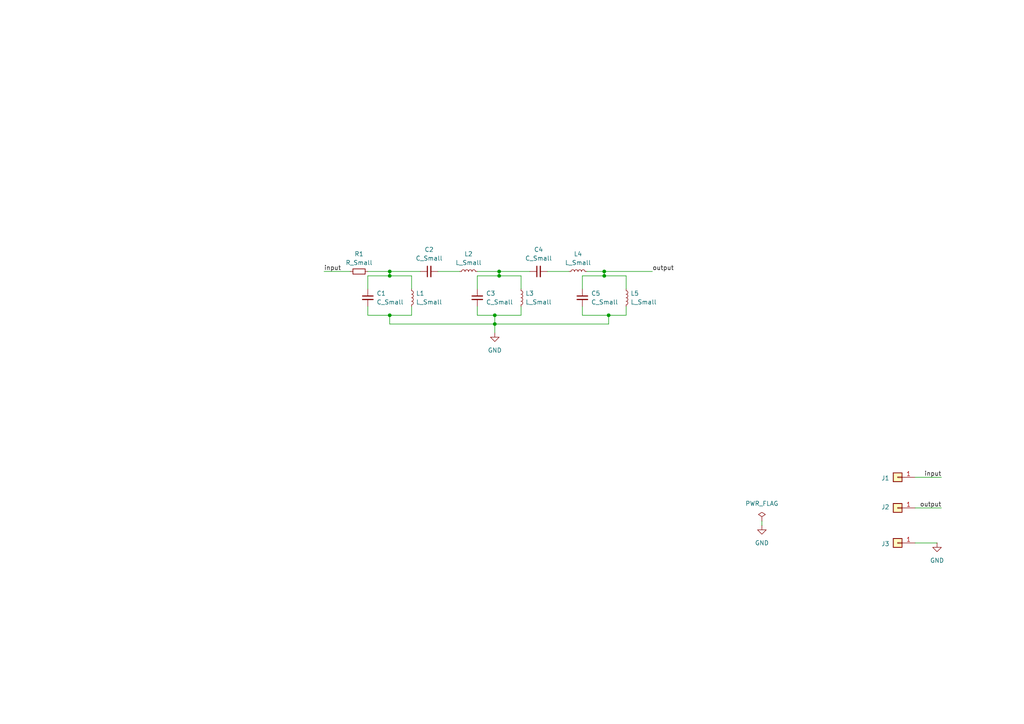
<source format=kicad_sch>
(kicad_sch (version 20250114) (generator "eeschema") (generator_version "9.0")
  (paper "A4")
  (lib_symbols
    (symbol "Connector_Generic:Conn_01x01" (pin_names (offset 1.016) (hide yes))
      (property "Reference" "J" (at 0 2.54 0))
      (property "Value" "Conn_01x01" (at 0 -2.54 0))
      (symbol "Conn_01x01_1_1"
        (rectangle (start -1.27 1.27) (end 1.27 -1.27) (stroke (width 0.254)) (fill (type background)))
        (rectangle (start -1.27 0.127) (end 0 -0.127) (stroke (width 0.1524)))
        (pin passive line (at -5.08 0 0) (length 3.81) (name "Pin_1") (number "1"))
      )
    )
    (symbol "Device:C_Small" (pin_numbers (hide yes)) (pin_names (offset 0.254) (hide yes))
      (property "Reference" "C" (at 0.254 1.778 0))
      (property "Value" "C_Small" (at 0.254 -2.032 0))
      (symbol "C_Small_0_1"
        (polyline (pts (xy -1.524 0.508) (xy 1.524 0.508)) (stroke (width 0.3048)))
        (polyline (pts (xy -1.524 -0.508) (xy 1.524 -0.508)) (stroke (width 0.3302)))
      )
      (symbol "C_Small_1_1"
        (pin passive line (at 0 2.54 270) (length 2.032) (name "~") (number "1"))
        (pin passive line (at 0 -2.54 90) (length 2.032) (name "~") (number "2"))
      )
    )
    (symbol "Device:L_Small" (pin_numbers (hide yes)) (pin_names (offset 0.254) (hide yes))
      (property "Reference" "L" (at 0.762 1.016 0))
      (property "Value" "L_Small" (at 0.762 -1.016 0))
      (symbol "L_Small_0_1"
        (arc (start 0 2.032) (mid 0.5058 1.524) (end 0 1.016))
        (arc (start 0 1.016) (mid 0.5058 0.508) (end 0 0))
        (arc (start 0 0) (mid 0.5058 -0.508) (end 0 -1.016))
        (arc (start 0 -1.016) (mid 0.5058 -1.524) (end 0 -2.032))
      )
      (symbol "L_Small_1_1"
        (pin passive line (at 0 2.54 270) (length 0.508) (name "~") (number "1"))
        (pin passive line (at 0 -2.54 90) (length 0.508) (name "~") (number "2"))
      )
    )
    (symbol "Device:R_Small" (pin_numbers (hide yes)) (pin_names (offset 0.254) (hide yes))
      (property "Reference" "R" (at 0.762 0.508 0))
      (property "Value" "R_Small" (at 0.762 -1.016 0))
      (symbol "R_Small_0_1"
        (rectangle (start -0.762 1.778) (end 0.762 -1.778) (stroke (width 0.2032)))
      )
      (symbol "R_Small_1_1"
        (pin passive line (at 0 2.54 270) (length 0.762) (name "~") (number "1"))
        (pin passive line (at 0 -2.54 90) (length 0.762) (name "~") (number "2"))
      )
    )
    (symbol "power:GND" (power) (pin_numbers (hide yes)) (pin_names (offset 0) (hide yes))
      (property "Value" "GND" (at 0 -3.81 0))
      (symbol "GND_0_1"
        (polyline (pts (xy 0 0) (xy 0 -1.27) (xy 1.27 -1.27) (xy 0 -2.54) (xy -1.27 -1.27) (xy 0 -1.27)))
      )
      (symbol "GND_1_1"
        (pin power_in line (at 0 0 270) (length 0) (name "~") (number "1"))
      )
    )
    (symbol "power:PWR_FLAG" (power) (pin_numbers (hide yes)) (pin_names (offset 0) (hide yes))
      (property "Value" "PWR_FLAG" (at 0 3.81 0))
      (symbol "PWR_FLAG_0_0"
        (pin power_out line (at 0 0 90) (length 0) (name "~") (number "1"))
      )
      (symbol "PWR_FLAG_0_1"
        (polyline (pts (xy 0 0) (xy 0 1.27) (xy -1.016 1.905) (xy 0 2.54) (xy 1.016 1.905) (xy 0 1.27)))
      )
    )
  )
  (junction (at 113.03 80.01))
  (junction (at 175.26 80.01))
  (junction (at 144.78 78.74))
  (junction (at 143.51 91.44))
  (junction (at 175.26 78.74))
  (junction (at 113.03 78.74))
  (junction (at 143.51 93.98))
  (junction (at 113.03 91.44))
  (junction (at 176.53 91.44))
  (junction (at 144.78 80.01))
  (wire (pts (xy 113.03 78.74) (xy 113.03 80.01)))
  (wire (pts (xy 158.75 78.74) (xy 165.1 78.74)))
  (wire (pts (xy 176.53 93.98) (xy 176.53 91.44)))
  (wire (pts (xy 119.38 88.9) (xy 119.38 91.44)))
  (wire (pts (xy 113.03 91.44) (xy 113.03 93.98)))
  (wire (pts (xy 175.26 78.74) (xy 175.26 80.01)))
  (wire (pts (xy 119.38 80.01) (xy 119.38 83.82)))
  (wire (pts (xy 176.53 91.44) (xy 181.61 91.44)))
  (wire (pts (xy 113.03 91.44) (xy 119.38 91.44)))
  (wire (pts (xy 168.91 80.01) (xy 175.26 80.01)))
  (wire (pts (xy 138.43 91.44) (xy 143.51 91.44)))
  (wire (pts (xy 106.68 80.01) (xy 113.03 80.01)))
  (wire (pts (xy 93.98 78.74) (xy 101.6 78.74)))
  (wire (pts (xy 151.13 80.01) (xy 151.13 83.82)))
  (wire (pts (xy 168.91 83.82) (xy 168.91 80.01)))
  (wire (pts (xy 138.43 88.9) (xy 138.43 91.44)))
  (wire (pts (xy 127 78.74) (xy 133.35 78.74)))
  (wire (pts (xy 106.68 78.74) (xy 113.03 78.74)))
  (wire (pts (xy 175.26 78.74) (xy 189.23 78.74)))
  (wire (pts (xy 181.61 80.01) (xy 181.61 83.82)))
  (wire (pts (xy 143.51 93.98) (xy 176.53 93.98)))
  (wire (pts (xy 113.03 80.01) (xy 119.38 80.01)))
  (wire (pts (xy 265.43 157.48) (xy 271.78 157.48)))
  (wire (pts (xy 113.03 78.74) (xy 121.92 78.74)))
  (wire (pts (xy 144.78 78.74) (xy 153.67 78.74)))
  (wire (pts (xy 265.43 147.32) (xy 273.05 147.32)))
  (wire (pts (xy 144.78 80.01) (xy 151.13 80.01)))
  (wire (pts (xy 143.51 91.44) (xy 143.51 93.98)))
  (wire (pts (xy 138.43 83.82) (xy 138.43 80.01)))
  (wire (pts (xy 168.91 88.9) (xy 168.91 91.44)))
  (wire (pts (xy 106.68 88.9) (xy 106.68 91.44)))
  (wire (pts (xy 143.51 91.44) (xy 151.13 91.44)))
  (wire (pts (xy 220.98 151.13) (xy 220.98 152.4)))
  (wire (pts (xy 143.51 93.98) (xy 143.51 96.52)))
  (wire (pts (xy 106.68 91.44) (xy 113.03 91.44)))
  (wire (pts (xy 138.43 78.74) (xy 144.78 78.74)))
  (wire (pts (xy 113.03 93.98) (xy 143.51 93.98)))
  (wire (pts (xy 181.61 88.9) (xy 181.61 91.44)))
  (wire (pts (xy 144.78 78.74) (xy 144.78 80.01)))
  (wire (pts (xy 168.91 91.44) (xy 176.53 91.44)))
  (wire (pts (xy 170.18 78.74) (xy 175.26 78.74)))
  (wire (pts (xy 265.43 138.43) (xy 273.05 138.43)))
  (wire (pts (xy 106.68 83.82) (xy 106.68 80.01)))
  (wire (pts (xy 138.43 80.01) (xy 144.78 80.01)))
  (wire (pts (xy 151.13 88.9) (xy 151.13 91.44)))
  (wire (pts (xy 175.26 80.01) (xy 181.61 80.01)))
  (label "output" (at 273.05 147.32 180))
  (label "input" (at 273.05 138.43 180))
  (label "input" (at 93.98 78.74 0))
  (label "output" (at 189.23 78.74 0))
  (symbol (lib_id "Device:R_Small") (at 104.14 78.74 90) (unit 1)
    (property "Reference" "R1" (at 104.14 73.66 90))
    (property "Value" "R_Small" (at 104.14 76.2 90))
    (property "Footprint" "Resistor_SMD:R_0603_1608Metric" (effects (hide yes)))
    (property "Description" "Resistor, small symbol" (effects (hide yes)))
  )
  (symbol (lib_id "Device:C_Small") (at 124.46 78.74 90) (unit 1)
    (property "Reference" "C2" (at 124.4663 72.39 90))
    (property "Value" "C_Small" (at 124.4663 74.93 90))
    (property "Footprint" "Capacitor_SMD:C_0603_1608Metric" (effects (hide yes)))
    (property "Description" "Unpolarized capacitor, small symbol" (effects (hide yes)))
  )
  (symbol (lib_id "Connector_Generic:Conn_01x01") (at 260.35 147.32 180) (unit 1)
    (property "Reference" "J2" (at 256.794 147.066 0))
    (property "Value" "Conn_01x01" (effects (hide yes)))
    (property "Footprint" "my_library:pad_smd_1.5x3" (effects (hide yes)))
    (property "Description" "Generic connector, single row, 01x01, script generated (kicad-library-utils/schlib/autogen/connector/)" (effects (hide yes)))
  )
  (symbol (lib_id "Device:C_Small") (at 156.21 78.74 90) (unit 1)
    (property "Reference" "C4" (at 156.2163 72.39 90))
    (property "Value" "C_Small" (at 156.2163 74.93 90))
    (property "Footprint" "Capacitor_SMD:C_0603_1608Metric" (effects (hide yes)))
    (property "Description" "Unpolarized capacitor, small symbol" (effects (hide yes)))
  )
  (symbol (lib_id "Device:L_Small") (at 151.13 86.36 0) (unit 1)
    (property "Reference" "L3" (at 152.4 85.0899 0) (effects (justify left)))
    (property "Value" "L_Small" (at 152.4 87.6299 0) (effects (justify left)))
    (property "Footprint" "Inductor_SMD:L_0603_1608Metric" (effects (hide yes)))
    (property "Description" "Inductor, small symbol" (effects (hide yes)))
  )
  (symbol (lib_id "Device:L_Small") (at 181.61 86.36 0) (unit 1)
    (property "Reference" "L5" (at 182.88 85.0899 0) (effects (justify left)))
    (property "Value" "L_Small" (at 182.88 87.6299 0) (effects (justify left)))
    (property "Footprint" "Inductor_SMD:L_0603_1608Metric" (effects (hide yes)))
    (property "Description" "Inductor, small symbol" (effects (hide yes)))
  )
  (symbol (lib_id "power:GND") (at 220.98 152.4 0) (unit 1)
    (property "Reference" "#PWR04" (effects (hide yes)))
    (property "Value" "GND" (at 220.98 157.48 0))
    (property "Description" "Power symbol creates a global label with name \"GND\" , ground" (effects (hide yes)))
  )
  (symbol (lib_id "power:GND") (at 143.51 96.52 0) (unit 1)
    (property "Reference" "#PWR02" (effects (hide yes)))
    (property "Value" "GND" (at 143.51 101.6 0))
    (property "Description" "Power symbol creates a global label with name \"GND\" , ground" (effects (hide yes)))
  )
  (symbol (lib_id "Connector_Generic:Conn_01x01") (at 260.35 157.48 180) (unit 1)
    (property "Reference" "J3" (at 256.794 157.734 0))
    (property "Value" "Conn_01x01" (effects (hide yes)))
    (property "Footprint" "my_library:pad_smd_1.5x3" (effects (hide yes)))
    (property "Description" "Generic connector, single row, 01x01, script generated (kicad-library-utils/schlib/autogen/connector/)" (effects (hide yes)))
  )
  (symbol (lib_id "Connector_Generic:Conn_01x01") (at 260.35 138.43 180) (unit 1)
    (property "Reference" "J1" (at 256.794 138.684 0))
    (property "Value" "Conn_01x01" (effects (hide yes)))
    (property "Footprint" "my_library:pad_smd_1.5x3" (effects (hide yes)))
    (property "Description" "Generic connector, single row, 01x01, script generated (kicad-library-utils/schlib/autogen/connector/)" (effects (hide yes)))
  )
  (symbol (lib_id "power:GND") (at 271.78 157.48 0) (unit 1)
    (property "Reference" "#PWR03" (effects (hide yes)))
    (property "Value" "GND" (at 271.78 162.56 0))
    (property "Description" "Power symbol creates a global label with name \"GND\" , ground" (effects (hide yes)))
  )
  (symbol (lib_id "Device:L_Small") (at 119.38 86.36 0) (unit 1)
    (property "Reference" "L1" (at 120.65 85.0899 0) (effects (justify left)))
    (property "Value" "L_Small" (at 120.65 87.6299 0) (effects (justify left)))
    (property "Footprint" "Inductor_SMD:L_0603_1608Metric" (effects (hide yes)))
    (property "Description" "Inductor, small symbol" (effects (hide yes)))
  )
  (symbol (lib_id "Device:L_Small") (at 167.64 78.74 90) (unit 1)
    (property "Reference" "L4" (at 167.64 73.66 90))
    (property "Value" "L_Small" (at 167.64 76.2 90))
    (property "Footprint" "Inductor_SMD:L_0603_1608Metric" (effects (hide yes)))
    (property "Description" "Inductor, small symbol" (effects (hide yes)))
  )
  (symbol (lib_id "Device:C_Small") (at 106.68 86.36 0) (unit 1)
    (property "Reference" "C1" (at 109.22 85.0962 0) (effects (justify left)))
    (property "Value" "C_Small" (at 109.22 87.6362 0) (effects (justify left)))
    (property "Footprint" "Capacitor_SMD:C_0603_1608Metric" (effects (hide yes)))
    (property "Description" "Unpolarized capacitor, small symbol" (effects (hide yes)))
  )
  (symbol (lib_id "power:PWR_FLAG") (at 220.98 151.13 0) (unit 1)
    (property "Reference" "#FLG01" (effects (hide yes)))
    (property "Value" "PWR_FLAG" (at 220.98 146.05 0))
    (property "Description" "Special symbol for telling ERC where power comes from" (effects (hide yes)))
  )
  (symbol (lib_id "Device:C_Small") (at 138.43 86.36 0) (unit 1)
    (property "Reference" "C3" (at 140.97 85.0962 0) (effects (justify left)))
    (property "Value" "C_Small" (at 140.97 87.6362 0) (effects (justify left)))
    (property "Footprint" "Capacitor_SMD:C_0603_1608Metric" (effects (hide yes)))
    (property "Description" "Unpolarized capacitor, small symbol" (effects (hide yes)))
  )
  (symbol (lib_id "Device:C_Small") (at 168.91 86.36 0) (unit 1)
    (property "Reference" "C5" (at 171.45 85.0962 0) (effects (justify left)))
    (property "Value" "C_Small" (at 171.45 87.6362 0) (effects (justify left)))
    (property "Footprint" "Capacitor_SMD:C_0603_1608Metric" (effects (hide yes)))
    (property "Description" "Unpolarized capacitor, small symbol" (effects (hide yes)))
  )
  (symbol (lib_id "Device:L_Small") (at 135.89 78.74 90) (unit 1)
    (property "Reference" "L2" (at 135.89 73.66 90))
    (property "Value" "L_Small" (at 135.89 76.2 90))
    (property "Footprint" "Inductor_SMD:L_0603_1608Metric" (effects (hide yes)))
    (property "Description" "Inductor, small symbol" (effects (hide yes)))
  )
)
</source>
